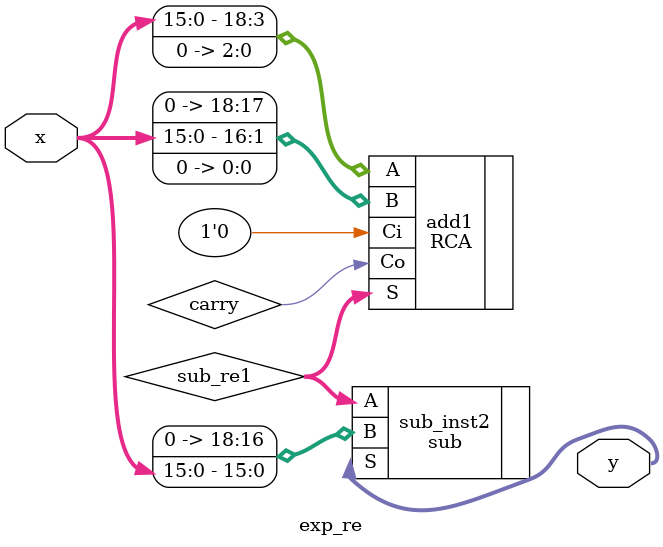
<source format=v>
module exp_re(x,y);
parameter l = 16;
parameter v1 = 3;
parameter v2 = 1;

input [l-1:0] x;
output [l+v1-1:0] y;

wire [v1+l-1:0] sub_re1;
wire carry;
//assign y = {x,{v1{1'b0}}} - {x,{v2{1'b0}}} - x;
//sub #(.n(v1+l))sub_inst1(.A({x,{v1{1'b0}}} ), .B({{(v1-v2){1'b0}},x,{v2{1'b0}}}), .S(sub_re1));
RCA #(.n(v1+l))add1(.A({x,{v1{1'b0}}}), .B({{(v1-v2){1'b0}},x,{v2{1'b0}}}), .Ci(1'b0), .Co(carry), .S(sub_re1));
sub #(.n(v1+l))sub_inst2(.A(sub_re1), .B({{v1{1'b0}},x}), .S(y));

endmodule

</source>
